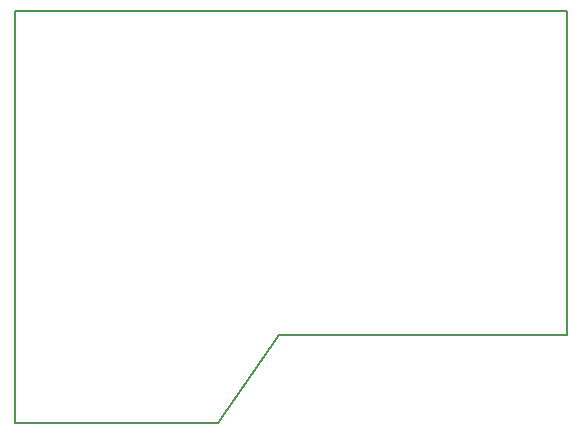
<source format=gbr>
G04 PROTEUS GERBER X2 FILE*
%TF.GenerationSoftware,Labcenter,Proteus,8.5-SP0-Build22067*%
%TF.CreationDate,2017-11-28T10:59:28+00:00*%
%TF.FileFunction,NonPlated,1,16,NPTH*%
%TF.FilePolarity,Positive*%
%TF.Part,Single*%
%FSLAX45Y45*%
%MOMM*%
G01*
%TA.AperFunction,Profile*%
%ADD17C,0.203200*%
D17*
X+0Y-749300D02*
X+1714500Y-749300D01*
X+2235200Y+0D01*
X+4673600Y+0D01*
X+0Y-749300D02*
X+0Y+2743200D01*
X+4673600Y+2743200D01*
X+4673600Y+0D02*
X+4673600Y+2743200D01*
M02*

</source>
